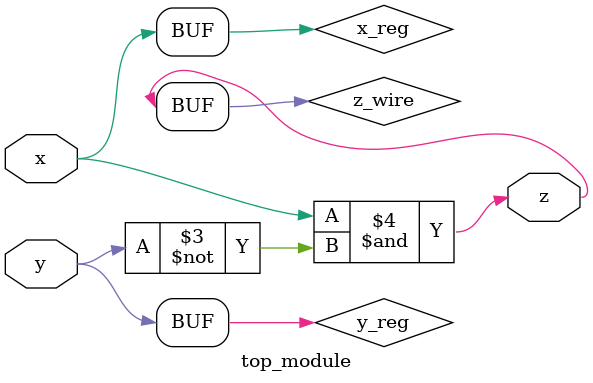
<source format=sv>
module top_module(
    input x,
    input y,
    output z);

    reg x_reg;
    reg y_reg;
    wire z_wire;

    always @(x)
        x_reg <= x;
    
    always @(y)
        y_reg <= y;

    assign z_wire = x_reg & ~y_reg;

    assign z = z_wire;

endmodule

</source>
